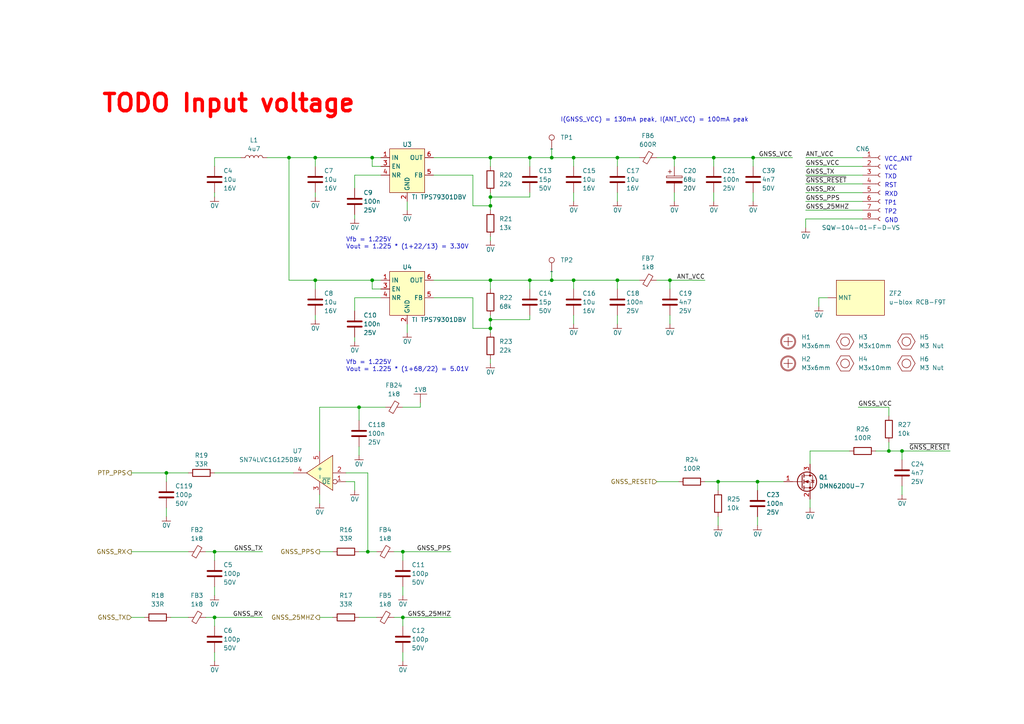
<source format=kicad_sch>
(kicad_sch (version 20230121) (generator eeschema)
  (paper "A4")
  (junction (at 142.24 81.28))
  (junction (at 91.44 45.72))
  (junction (at 142.24 45.72))
  (junction (at 116.84 179.07))
  (junction (at 107.95 45.72))
  (junction (at 194.31 81.28))
  (junction (at 160.02 45.72))
  (junction (at 195.58 45.72))
  (junction (at 142.24 95.25))
  (junction (at 179.07 81.28))
  (junction (at 160.02 81.28))
  (junction (at 142.24 92.71))
  (junction (at 142.24 57.15))
  (junction (at 107.95 81.28))
  (junction (at 208.28 139.7))
  (junction (at 166.37 45.72))
  (junction (at 106.68 160.02))
  (junction (at 153.67 45.72))
  (junction (at 62.23 179.07))
  (junction (at 62.23 160.02))
  (junction (at 166.37 81.28))
  (junction (at 219.71 139.7))
  (junction (at 91.44 81.28))
  (junction (at 179.07 45.72))
  (junction (at 48.26 137.16))
  (junction (at 142.24 59.69))
  (junction (at 153.67 81.28))
  (junction (at 104.14 118.11))
  (junction (at 207.01 45.72))
  (junction (at 83.82 45.72))
  (junction (at 116.84 160.02))
  (junction (at 218.44 45.72))
  (junction (at 257.81 130.81))
  (junction (at 261.62 130.81))
  (wire (pts (xy 248.92 118.11) (xy 257.81 118.11)))
  (wire (pts (xy 166.37 81.28) (xy 166.37 83.82)))
  (wire (pts (xy 107.95 81.28) (xy 107.95 83.82)))
  (wire (pts (xy 104.14 129.54) (xy 104.14 132.08)))
  (wire (pts (xy 195.58 55.88) (xy 195.58 58.42)))
  (wire (pts (xy 153.67 45.72) (xy 160.02 45.72)))
  (wire (pts (xy 142.24 59.69) (xy 142.24 60.96)))
  (wire (pts (xy 166.37 81.28) (xy 179.07 81.28)))
  (wire (pts (xy 49.53 179.07) (xy 54.61 179.07)))
  (wire (pts (xy 91.44 81.28) (xy 91.44 83.82)))
  (wire (pts (xy 83.82 81.28) (xy 83.82 45.72)))
  (wire (pts (xy 125.73 86.36) (xy 137.16 86.36)))
  (wire (pts (xy 233.68 53.34) (xy 250.19 53.34)))
  (wire (pts (xy 219.71 149.86) (xy 219.71 152.4)))
  (wire (pts (xy 38.1 179.07) (xy 41.91 179.07)))
  (wire (pts (xy 142.24 104.14) (xy 142.24 105.41)))
  (wire (pts (xy 62.23 160.02) (xy 76.2 160.02)))
  (wire (pts (xy 102.87 50.8) (xy 102.87 54.61)))
  (wire (pts (xy 233.68 48.26) (xy 250.19 48.26)))
  (wire (pts (xy 142.24 92.71) (xy 153.67 92.71)))
  (wire (pts (xy 179.07 81.28) (xy 179.07 83.82)))
  (wire (pts (xy 38.1 160.02) (xy 54.61 160.02)))
  (wire (pts (xy 102.87 97.79) (xy 102.87 99.06)))
  (wire (pts (xy 142.24 55.88) (xy 142.24 57.15)))
  (wire (pts (xy 137.16 59.69) (xy 142.24 59.69)))
  (wire (pts (xy 142.24 91.44) (xy 142.24 92.71)))
  (wire (pts (xy 62.23 170.18) (xy 62.23 172.72)))
  (wire (pts (xy 234.95 130.81) (xy 234.95 134.62)))
  (wire (pts (xy 116.84 170.18) (xy 116.84 172.72)))
  (wire (pts (xy 104.14 179.07) (xy 109.22 179.07)))
  (wire (pts (xy 190.5 139.7) (xy 196.85 139.7)))
  (wire (pts (xy 59.69 179.07) (xy 62.23 179.07)))
  (wire (pts (xy 166.37 45.72) (xy 166.37 48.26)))
  (wire (pts (xy 110.49 86.36) (xy 102.87 86.36)))
  (wire (pts (xy 234.95 144.78) (xy 234.95 147.32)))
  (wire (pts (xy 116.84 179.07) (xy 116.84 181.61)))
  (wire (pts (xy 137.16 50.8) (xy 137.16 59.69)))
  (wire (pts (xy 110.49 81.28) (xy 107.95 81.28)))
  (wire (pts (xy 100.33 137.16) (xy 106.68 137.16)))
  (wire (pts (xy 91.44 55.88) (xy 91.44 57.15)))
  (wire (pts (xy 153.67 55.88) (xy 153.67 57.15)))
  (wire (pts (xy 110.49 45.72) (xy 107.95 45.72)))
  (wire (pts (xy 125.73 50.8) (xy 137.16 50.8)))
  (wire (pts (xy 91.44 45.72) (xy 91.44 48.26)))
  (wire (pts (xy 110.49 50.8) (xy 102.87 50.8)))
  (wire (pts (xy 160.02 78.74) (xy 160.02 81.28)))
  (wire (pts (xy 142.24 95.25) (xy 142.24 96.52)))
  (wire (pts (xy 153.67 91.44) (xy 153.67 92.71)))
  (wire (pts (xy 116.84 160.02) (xy 130.81 160.02)))
  (wire (pts (xy 190.5 81.28) (xy 194.31 81.28)))
  (wire (pts (xy 219.71 139.7) (xy 227.33 139.7)))
  (wire (pts (xy 207.01 45.72) (xy 218.44 45.72)))
  (wire (pts (xy 219.71 139.7) (xy 219.71 142.24)))
  (wire (pts (xy 142.24 83.82) (xy 142.24 81.28)))
  (wire (pts (xy 62.23 45.72) (xy 62.23 48.26)))
  (wire (pts (xy 261.62 130.81) (xy 275.59 130.81)))
  (wire (pts (xy 166.37 91.44) (xy 166.37 93.98)))
  (wire (pts (xy 106.68 137.16) (xy 106.68 160.02)))
  (wire (pts (xy 190.5 45.72) (xy 195.58 45.72)))
  (wire (pts (xy 102.87 86.36) (xy 102.87 90.17)))
  (wire (pts (xy 207.01 55.88) (xy 207.01 58.42)))
  (wire (pts (xy 118.11 93.98) (xy 118.11 96.52)))
  (wire (pts (xy 137.16 86.36) (xy 137.16 95.25)))
  (wire (pts (xy 77.47 45.72) (xy 83.82 45.72)))
  (wire (pts (xy 207.01 45.72) (xy 207.01 48.26)))
  (wire (pts (xy 92.71 160.02) (xy 96.52 160.02)))
  (wire (pts (xy 208.28 149.86) (xy 208.28 152.4)))
  (wire (pts (xy 118.11 58.42) (xy 118.11 60.96)))
  (wire (pts (xy 62.23 160.02) (xy 62.23 162.56)))
  (wire (pts (xy 233.68 55.88) (xy 250.19 55.88)))
  (wire (pts (xy 179.07 45.72) (xy 179.07 48.26)))
  (wire (pts (xy 142.24 68.58) (xy 142.24 69.85)))
  (wire (pts (xy 107.95 48.26) (xy 110.49 48.26)))
  (wire (pts (xy 160.02 81.28) (xy 166.37 81.28)))
  (wire (pts (xy 153.67 81.28) (xy 160.02 81.28)))
  (wire (pts (xy 142.24 92.71) (xy 142.24 95.25)))
  (wire (pts (xy 142.24 45.72) (xy 125.73 45.72)))
  (wire (pts (xy 208.28 139.7) (xy 219.71 139.7)))
  (wire (pts (xy 107.95 81.28) (xy 91.44 81.28)))
  (wire (pts (xy 59.69 160.02) (xy 62.23 160.02)))
  (wire (pts (xy 233.68 50.8) (xy 250.19 50.8)))
  (wire (pts (xy 142.24 48.26) (xy 142.24 45.72)))
  (wire (pts (xy 195.58 45.72) (xy 207.01 45.72)))
  (wire (pts (xy 194.31 81.28) (xy 194.31 83.82)))
  (wire (pts (xy 218.44 45.72) (xy 229.87 45.72)))
  (wire (pts (xy 142.24 57.15) (xy 153.67 57.15)))
  (wire (pts (xy 218.44 55.88) (xy 218.44 58.42)))
  (wire (pts (xy 257.81 128.27) (xy 257.81 130.81)))
  (wire (pts (xy 91.44 91.44) (xy 91.44 92.71)))
  (wire (pts (xy 100.33 139.7) (xy 102.87 139.7)))
  (wire (pts (xy 62.23 179.07) (xy 62.23 181.61)))
  (wire (pts (xy 121.92 116.84) (xy 121.92 118.11)))
  (wire (pts (xy 102.87 62.23) (xy 102.87 63.5)))
  (wire (pts (xy 62.23 137.16) (xy 85.09 137.16)))
  (wire (pts (xy 153.67 81.28) (xy 153.67 83.82)))
  (wire (pts (xy 233.68 63.5) (xy 250.19 63.5)))
  (wire (pts (xy 233.68 58.42) (xy 250.19 58.42)))
  (wire (pts (xy 179.07 81.28) (xy 185.42 81.28)))
  (wire (pts (xy 257.81 118.11) (xy 257.81 120.65)))
  (wire (pts (xy 142.24 45.72) (xy 153.67 45.72)))
  (wire (pts (xy 237.49 88.9) (xy 237.49 86.36)))
  (wire (pts (xy 107.95 45.72) (xy 107.95 48.26)))
  (wire (pts (xy 237.49 86.36) (xy 240.03 86.36)))
  (wire (pts (xy 142.24 81.28) (xy 125.73 81.28)))
  (wire (pts (xy 104.14 118.11) (xy 104.14 121.92)))
  (wire (pts (xy 233.68 66.04) (xy 233.68 63.5)))
  (wire (pts (xy 104.14 118.11) (xy 92.71 118.11)))
  (wire (pts (xy 246.38 130.81) (xy 234.95 130.81)))
  (wire (pts (xy 104.14 160.02) (xy 106.68 160.02)))
  (wire (pts (xy 114.3 179.07) (xy 116.84 179.07)))
  (wire (pts (xy 69.85 45.72) (xy 62.23 45.72)))
  (wire (pts (xy 92.71 118.11) (xy 92.71 130.81)))
  (wire (pts (xy 102.87 139.7) (xy 102.87 142.24)))
  (wire (pts (xy 254 130.81) (xy 257.81 130.81)))
  (wire (pts (xy 257.81 130.81) (xy 261.62 130.81)))
  (wire (pts (xy 194.31 91.44) (xy 194.31 93.98)))
  (wire (pts (xy 261.62 130.81) (xy 261.62 133.35)))
  (wire (pts (xy 166.37 45.72) (xy 179.07 45.72)))
  (wire (pts (xy 194.31 81.28) (xy 204.47 81.28)))
  (wire (pts (xy 116.84 160.02) (xy 116.84 162.56)))
  (wire (pts (xy 160.02 45.72) (xy 166.37 45.72)))
  (wire (pts (xy 83.82 45.72) (xy 91.44 45.72)))
  (wire (pts (xy 111.76 118.11) (xy 104.14 118.11)))
  (wire (pts (xy 166.37 55.88) (xy 166.37 58.42)))
  (wire (pts (xy 179.07 55.88) (xy 179.07 58.42)))
  (wire (pts (xy 204.47 139.7) (xy 208.28 139.7)))
  (wire (pts (xy 116.84 189.23) (xy 116.84 191.77)))
  (wire (pts (xy 142.24 57.15) (xy 142.24 59.69)))
  (wire (pts (xy 179.07 45.72) (xy 185.42 45.72)))
  (wire (pts (xy 195.58 45.72) (xy 195.58 48.26)))
  (wire (pts (xy 107.95 83.82) (xy 110.49 83.82)))
  (wire (pts (xy 160.02 43.18) (xy 160.02 45.72)))
  (wire (pts (xy 106.68 160.02) (xy 109.22 160.02)))
  (wire (pts (xy 121.92 118.11) (xy 116.84 118.11)))
  (wire (pts (xy 233.68 45.72) (xy 250.19 45.72)))
  (wire (pts (xy 92.71 143.51) (xy 92.71 146.05)))
  (wire (pts (xy 233.68 60.96) (xy 250.19 60.96)))
  (wire (pts (xy 114.3 160.02) (xy 116.84 160.02)))
  (wire (pts (xy 91.44 45.72) (xy 107.95 45.72)))
  (wire (pts (xy 48.26 147.32) (xy 48.26 149.86)))
  (wire (pts (xy 142.24 81.28) (xy 153.67 81.28)))
  (wire (pts (xy 91.44 81.28) (xy 83.82 81.28)))
  (wire (pts (xy 92.71 179.07) (xy 96.52 179.07)))
  (wire (pts (xy 218.44 45.72) (xy 218.44 48.26)))
  (wire (pts (xy 261.62 140.97) (xy 261.62 143.51)))
  (wire (pts (xy 137.16 95.25) (xy 142.24 95.25)))
  (wire (pts (xy 62.23 189.23) (xy 62.23 191.77)))
  (wire (pts (xy 153.67 45.72) (xy 153.67 48.26)))
  (wire (pts (xy 179.07 91.44) (xy 179.07 93.98)))
  (wire (pts (xy 38.1 137.16) (xy 48.26 137.16)))
  (wire (pts (xy 62.23 55.88) (xy 62.23 57.15)))
  (wire (pts (xy 208.28 139.7) (xy 208.28 142.24)))
  (wire (pts (xy 54.61 137.16) (xy 48.26 137.16)))
  (wire (pts (xy 62.23 179.07) (xy 76.2 179.07)))
  (wire (pts (xy 48.26 137.16) (xy 48.26 139.7)))
  (wire (pts (xy 116.84 179.07) (xy 130.81 179.07)))
  (text "Vfb = 1.225V\nVout = 1.225 * (1+68/22) = 5.01V" (at 100.33 107.95 0) (effects (font (size 1.27 1.27)) (justify left bottom)))
  (text "RST" (at 256.54 54.61 0) (effects (font (size 1.27 1.27)) (justify left bottom)))
  (text "TODO Input voltage" (at 29.21 33.02 0) (effects (font (size 5 5) (thickness 1) bold) (justify left bottom)))
  (text "TP2" (at 256.54 62.23 0) (effects (font (size 1.27 1.27)) (justify left bottom)))
  (text "I(GNSS_VCC) = 130mA peak, I(ANT_VCC) = 100mA peak" (at 162.56 35.56 0) (effects (font (size 1.27 1.27)) (justify left bottom)))
  (text "VCC_ANT" (at 256.54 46.99 0) (effects (font (size 1.27 1.27)) (justify left bottom)))
  (text "RXD" (at 256.54 57.15 0) (effects (font (size 1.27 1.27)) (justify left bottom)))
  (text "GND" (at 256.54 64.77 0) (effects (font (size 1.27 1.27)) (justify left bottom)))
  (text "TP1" (at 256.54 59.69 0) (effects (font (size 1.27 1.27)) (justify left bottom)))
  (text "VCC" (at 256.54 49.53 0) (effects (font (size 1.27 1.27)) (justify left bottom)))
  (text "TXD" (at 256.54 52.07 0) (effects (font (size 1.27 1.27)) (justify left bottom)))
  (text "Vfb = 1.225V\nVout = 1.225 * (1+22/13) = 3.30V" (at 100.33 72.39 0) (effects (font (size 1.27 1.27)) (justify left bottom)))
  (label "GNSS_25MHZ" (at 233.68 60.96 0))
  (label "GNSS_TX" (at 233.68 50.8 0))
  (label "GNSS_VCC" (at 233.68 48.26 0))
  (label "ANT_VCC" (at 204.47 81.28 180))
  (label "~{GNSS_RESET}" (at 233.68 53.34 0))
  (label "GNSS_TX" (at 76.2 160.02 180))
  (label "GNSS_VCC" (at 248.92 118.11 0))
  (label "GNSS_PPS" (at 130.81 160.02 180))
  (label "ANT_VCC" (at 233.68 45.72 0))
  (label "GNSS_VCC" (at 229.87 45.72 180))
  (label "GNSS_25MHZ" (at 130.81 179.07 180))
  (label "~{GNSS_RESET}" (at 275.59 130.81 180))
  (label "GNSS_PPS" (at 233.68 58.42 0))
  (label "GNSS_RX" (at 233.68 55.88 0))
  (label "GNSS_RX" (at 76.2 179.07 180))
  (hierarchical_label "PTP_PPS" (shape output) (at 38.1 137.16 180))
  (hierarchical_label "GNSS_25MHZ" (shape output) (at 92.71 179.07 180))
  (hierarchical_label "GNSS_PPS" (shape output) (at 92.71 160.02 180))
  (hierarchical_label "GNSS_RESET" (shape input) (at 190.5 139.7 180))
  (hierarchical_label "GNSS_TX" (shape input) (at 38.1 179.07 180))
  (hierarchical_label "GNSS_RX" (shape output) (at 38.1 160.02 180))
  (symbol (lib_id "Power_WUT:0V") (at 92.71 146.05 0) (unit 1) (in_bom no) (on_board no)
    (property "Reference" "#PWR0172" (effects hide))
    (property "Value" "0V" (at 92.71 148.59 0))
  )
  (symbol (lib_id "Power_WUT:0V") (at 234.95 147.32 0) (unit 1) (in_bom no) (on_board no)
    (property "Reference" "#PWR051" (effects hide))
    (property "Value" "0V" (at 234.95 149.86 0))
  )
  (symbol (lib_id "Auto_Library_WUT:Kemet C0603C472J3GACTU") (at 194.31 87.63 0) (unit 1)
    (property "Reference" "C19" (at 196.85 85.09 0) (effects (justify left)))
    (property "Value" "4n7" (at 196.85 87.63 0) (effects (justify left)))
    (property "Footprint" "Capacitor_SMD:C_0603_1608Metric" (effects hide))
    (property "Datasheet" "https://www.mouser.co.uk/datasheet/2/212/KEM_C1003_C0G_SMD-1101588.pdf" (effects hide))
    (property "Voltage" "25V" (at 196.85 90.17 0) (effects (justify left)))
    (property "Manufacturer" "Kemet" (effects hide))
    (property "MPN" "C0603C472J3GACTU" (effects hide))
    (property "Tolerance" "5%" (effects hide))
    (property "Dielectric" "NP0/C0G" (effects hide))
    (property "Height" "0.8mm" (effects hide))
  )
  (symbol (lib_id "Auto_Library_WUT:Murata BLM18AG601SN1D") (at 187.96 45.72 0) (unit 1)
    (property "Reference" "FB6" (at 187.9219 39.37 0))
    (property "Value" "600R" (at 187.9219 41.91 0))
    (property "Footprint" "Inductor_SMD:L_0603_1608Metric" (effects hide))
    (property "Datasheet" "https://www.murata.com/en-eu/products/productdetail?partno=BLM18AG601SN1%23" (effects hide))
    (property "MPN" "BLM18AG601SN1D" (effects hide))
    (property "Manufacturer" "Murata" (effects hide))
    (property "Height" "0.95mm" (effects hide))
    (property "Rated Current" "500mA" (effects hide))
  )
  (symbol (lib_id "Auto_Library_WUT:KOA Speer RK73H1ETTP1302F") (at 142.24 64.77 0) (unit 1)
    (property "Reference" "R21" (at 144.78 63.5 0) (effects (justify left)))
    (property "Value" "13k" (at 144.78 66.04 0) (effects (justify left)))
    (property "Footprint" "Resistor_SMD:R_0402_1005Metric" (effects hide))
    (property "Datasheet" "https://www.koaspeer.com/pdfs/RK73H.pdf" (effects hide))
    (property "MPN" "RK73H1ETTP1302F" (effects hide))
    (property "Manufacturer" "KOA Speer" (effects hide))
    (property "Tolerance" "1%" (effects hide))
    (property "Height" "0.4mm" (effects hide))
  )
  (symbol (lib_id "Accessories_WUT:Wurth_971100324") (at 245.11 99.06 0) (unit 1) (on_board no)
    (property "Reference" "H3" (at 248.92 97.79 0) (effects (justify left)))
    (property "Value" "M3x10mm" (at 248.92 100.33 0) (effects (justify left)))
    (property "Datasheet" "https://www.we-online.com/components/products/datasheet/971100324.pdf" (effects hide))
    (property "Manufacturer" "Wurth Elektronik" (effects hide))
    (property "MPN" "971100324" (effects hide))
  )
  (symbol (lib_id "Auto_Library_WUT:Wurth Elektronik_875115452001") (at 195.58 52.07 0) (unit 1)
    (property "Reference" "C20" (at 198.12 49.53 0) (effects (justify left)))
    (property "Value" "68u" (at 198.12 52.07 0) (effects (justify left)))
    (property "Footprint" "Capacitor_WUT:Wurth_WCAP_PSHP_8x8.7mm_SM" (effects hide))
    (property "Datasheet" "https://www.we-online.com/components/products/datasheet/875115452001.pdf" (effects hide))
    (property "Voltage" "20V" (at 198.12 54.61 0) (effects (justify left)))
    (property "Manufacturer" "Wurth Elektronik" (effects hide))
    (property "MPN" "875115452001" (effects hide))
    (property "Tolerance" "20%" (effects hide))
    (property "Dielectric" "Aluminium Polymer" (effects hide))
    (property "Height" "8.7mm" (effects hide))
  )
  (symbol (lib_id "Auto_Library_WUT:Murata BLM15BD182SN1D") (at 187.96 81.28 0) (unit 1)
    (property "Reference" "FB7" (at 187.9219 74.93 0))
    (property "Value" "1k8" (at 187.9219 77.47 0))
    (property "Footprint" "Inductor_SMD:L_0402_1005Metric" (effects hide))
    (property "Datasheet" "https://www.murata.com/en-eu/products/productdetail?partno=BLM15BD182SN1%23" (effects hide))
    (property "MPN" "BLM15BD182SN1D" (effects hide))
    (property "Manufacturer" "Murata" (effects hide))
    (property "Height" "0.5mm" (effects hide))
    (property "Rated Current" "100mA" (effects hide))
  )
  (symbol (lib_id "Power_WUT:0V") (at 142.24 105.41 0) (unit 1) (in_bom no) (on_board no)
    (property "Reference" "#PWR039" (effects hide))
    (property "Value" "0V" (at 142.24 107.95 0))
  )
  (symbol (lib_id "Auto_Library_WUT:Kemet C0603C472J3GACTU") (at 261.62 137.16 0) (unit 1)
    (property "Reference" "C24" (at 264.16 134.62 0) (effects (justify left)))
    (property "Value" "4n7" (at 264.16 137.16 0) (effects (justify left)))
    (property "Footprint" "Capacitor_SMD:C_0603_1608Metric" (effects hide))
    (property "Datasheet" "https://www.mouser.co.uk/datasheet/2/212/KEM_C1003_C0G_SMD-1101588.pdf" (effects hide))
    (property "Voltage" "25V" (at 264.16 139.7 0) (effects (justify left)))
    (property "Manufacturer" "Kemet" (effects hide))
    (property "MPN" "C0603C472J3GACTU" (effects hide))
    (property "Tolerance" "5%" (effects hide))
    (property "Dielectric" "NP0/C0G" (effects hide))
    (property "Height" "0.8mm" (effects hide))
  )
  (symbol (lib_id "Power_WUT:0V") (at 116.84 172.72 0) (unit 1) (in_bom no) (on_board no)
    (property "Reference" "#PWR034" (effects hide))
    (property "Value" "0V" (at 116.84 175.26 0))
  )
  (symbol (lib_id "Power_WUT:0V") (at 207.01 58.42 0) (unit 1) (in_bom no) (on_board no)
    (property "Reference" "#PWR046" (effects hide))
    (property "Value" "0V" (at 207.01 60.96 0))
  )
  (symbol (lib_id "Auto_Library_WUT:KOA Speer RK73H1ETTP1002F") (at 257.81 124.46 0) (unit 1)
    (property "Reference" "R27" (at 260.35 123.19 0) (effects (justify left)))
    (property "Value" "10k" (at 260.35 125.73 0) (effects (justify left)))
    (property "Footprint" "Resistor_SMD:R_0402_1005Metric" (effects hide))
    (property "Datasheet" "https://www.koaspeer.com/pdfs/RK73H.pdf" (effects hide))
    (property "MPN" "RK73H1ETTP1002F" (effects hide))
    (property "Manufacturer" "KOA Speer" (effects hide))
    (property "Tolerance" "1%" (effects hide))
    (property "Height" "0.4mm" (effects hide))
  )
  (symbol (lib_id "Power_WUT:0V") (at 142.24 69.85 0) (unit 1) (in_bom no) (on_board no)
    (property "Reference" "#PWR038" (effects hide))
    (property "Value" "0V" (at 142.24 72.39 0))
  )
  (symbol (lib_id "Auto_Library_WUT:KOA Speer RK73H1ETTP33R0F") (at 100.33 160.02 90) (unit 1)
    (property "Reference" "R16" (at 100.33 153.67 90))
    (property "Value" "33R" (at 100.33 156.21 90))
    (property "Footprint" "Resistor_SMD:R_0402_1005Metric" (effects hide))
    (property "Datasheet" "https://www.koaspeer.com/pdfs/RK73H.pdf" (effects hide))
    (property "MPN" "RK73H1ETTP33R0F" (effects hide))
    (property "Manufacturer" "KOA Speer" (effects hide))
    (property "Tolerance" "1%" (effects hide))
    (property "Height" "0.4mm" (effects hide))
  )
  (symbol (lib_id "Accessories_WUT:TR_M3-_HFA2-S100-") (at 262.89 105.41 0) (unit 1) (on_board no)
    (property "Reference" "H6" (at 266.7 104.14 0) (effects (justify left)))
    (property "Value" "M3 Nut" (at 266.7 106.68 0) (effects (justify left)))
    (property "Datasheet" "https://www.farnell.com/datasheets/2644743.pdf" (effects hide))
    (property "Manufacturer" "TR Fastenings" (effects hide))
    (property "MPN" "M3- HFA2-S100-" (effects hide))
  )
  (symbol (lib_id "Power_WUT:0V") (at 102.87 63.5 0) (unit 1) (in_bom no) (on_board no)
    (property "Reference" "#PWR032" (effects hide))
    (property "Value" "0V" (at 102.87 66.04 0))
  )
  (symbol (lib_id "Power_WUT:0V") (at 91.44 57.15 0) (unit 1) (in_bom no) (on_board no)
    (property "Reference" "#PWR030" (effects hide))
    (property "Value" "0V" (at 91.44 59.69 0))
  )
  (symbol (lib_id "Modules_WUT:u-blox_RCB-F9T") (at 248.92 86.36 0) (unit 1)
    (property "Reference" "ZF2" (at 257.81 85.09 0) (effects (justify left)))
    (property "Value" "u-blox RCB-F9T" (at 257.81 87.63 0) (effects (justify left)))
    (property "Footprint" "RF_WUT:u-blox_RCB-F9T" (effects hide))
    (property "Datasheet" "https://content.u-blox.com/sites/default/files/documents/RCB-F9T_IntegrationManual_UBX-22004121.pdf" (effects hide))
    (property "Manufacturer" "u-blox" (effects hide))
    (property "MPN" "RCB-F9T" (effects hide))
  )
  (symbol (lib_id "Auto_Library_WUT:KOA Speer RK73H1ETTP33R0F") (at 45.72 179.07 90) (unit 1)
    (property "Reference" "R18" (at 45.72 172.72 90))
    (property "Value" "33R" (at 45.72 175.26 90))
    (property "Footprint" "Resistor_SMD:R_0402_1005Metric" (effects hide))
    (property "Datasheet" "https://www.koaspeer.com/pdfs/RK73H.pdf" (effects hide))
    (property "MPN" "RK73H1ETTP33R0F" (effects hide))
    (property "Manufacturer" "KOA Speer" (effects hide))
    (property "Tolerance" "1%" (effects hide))
    (property "Height" "0.4mm" (effects hide))
  )
  (symbol (lib_id "Auto_Library_WUT:KOA Speer RK73H1ETTP1000F") (at 200.66 139.7 90) (unit 1)
    (property "Reference" "R24" (at 200.66 133.35 90))
    (property "Value" "100R" (at 200.66 135.89 90))
    (property "Footprint" "Resistor_SMD:R_0402_1005Metric" (effects hide))
    (property "Datasheet" "https://www.koaspeer.com/pdfs/RK73H.pdf" (effects hide))
    (property "MPN" "RK73H1ETTP1000F" (effects hide))
    (property "Manufacturer" "KOA Speer" (effects hide))
    (property "Tolerance" "1%" (effects hide))
    (property "Height" "0.4mm" (effects hide))
  )
  (symbol (lib_id "Accessories_WUT:TR_M3-_HFA2-S100-") (at 262.89 99.06 0) (unit 1) (on_board no)
    (property "Reference" "H5" (at 266.7 97.79 0) (effects (justify left)))
    (property "Value" "M3 Nut" (at 266.7 100.33 0) (effects (justify left)))
    (property "Datasheet" "https://www.farnell.com/datasheets/2644743.pdf" (effects hide))
    (property "Manufacturer" "TR Fastenings" (effects hide))
    (property "MPN" "M3- HFA2-S100-" (effects hide))
  )
  (symbol (lib_id "Auto_Library_WUT:KOA Speer RK73H1ETTP1002F") (at 208.28 146.05 0) (unit 1)
    (property "Reference" "R25" (at 210.82 144.78 0) (effects (justify left)))
    (property "Value" "10k" (at 210.82 147.32 0) (effects (justify left)))
    (property "Footprint" "Resistor_SMD:R_0402_1005Metric" (effects hide))
    (property "Datasheet" "https://www.koaspeer.com/pdfs/RK73H.pdf" (effects hide))
    (property "MPN" "RK73H1ETTP1002F" (effects hide))
    (property "Manufacturer" "KOA Speer" (effects hide))
    (property "Tolerance" "1%" (effects hide))
    (property "Height" "0.4mm" (effects hide))
  )
  (symbol (lib_id "Auto_Library_WUT:Samsung Electro-Mechanics CL10A106MO8NQNC") (at 62.23 52.07 0) (unit 1)
    (property "Reference" "C4" (at 64.77 49.53 0) (effects (justify left)))
    (property "Value" "10u" (at 64.77 52.07 0) (effects (justify left)))
    (property "Footprint" "Capacitor_SMD:C_0603_1608Metric" (effects hide))
    (property "Datasheet" "https://www.mouser.co.uk/datasheet/2/585/MLCC-1837944.pdf" (effects hide))
    (property "Voltage" "16V" (at 64.77 54.61 0) (effects (justify left)))
    (property "Manufacturer" "Samsung Electro-Mechanics" (effects hide))
    (property "MPN" "CL10A106MO8NQNC" (effects hide))
    (property "Tolerance" "20%" (effects hide))
    (property "Dielectric" "X5R" (effects hide))
    (property "Height" "0.9mm" (effects hide))
  )
  (symbol (lib_id "Power_WUT:0V") (at 166.37 93.98 0) (unit 1) (in_bom no) (on_board no)
    (property "Reference" "#PWR041" (effects hide))
    (property "Value" "0V" (at 166.37 96.52 0))
  )
  (symbol (lib_id "Power_WUT:0V") (at 261.62 143.51 0) (unit 1) (in_bom no) (on_board no)
    (property "Reference" "#PWR053" (effects hide))
    (property "Value" "0V" (at 261.62 146.05 0))
  )
  (symbol (lib_id "Auto_Library_WUT:Kemet C0402C101G5GACTU") (at 116.84 185.42 0) (unit 1)
    (property "Reference" "C12" (at 119.38 182.88 0) (effects (justify left)))
    (property "Value" "100p" (at 119.38 185.42 0) (effects (justify left)))
    (property "Footprint" "Capacitor_SMD:C_0402_1005Metric" (effects hide))
    (property "Datasheet" "https://www.mouser.co.uk/datasheet/2/447/KEM_C1006_X5R_SMD-3316465.pdf" (effects hide))
    (property "Voltage" "50V" (at 119.38 187.96 0) (effects (justify left)))
    (property "Manufacturer" "Kemet" (effects hide))
    (property "MPN" "C0402C101G5GACTU" (effects hide))
    (property "Tolerance" "0.02" (effects hide))
    (property "Dielectric" "NP0/C0G" (effects hide))
    (property "Height" "0.5mm" (effects hide))
  )
  (symbol (lib_id "Auto_Library_WUT:Bourns DFE322512F-4R7M=P2") (at 73.66 45.72 90) (unit 1)
    (property "Reference" "L1" (at 73.66 40.64 90))
    (property "Value" "4u7" (at 73.66 43.18 90))
    (property "Footprint" "Inductor_SMD:L_1210_3225Metric" (effects hide))
    (property "Datasheet" "https://www.mouser.co.uk/datasheet/2/281/1/J_E_TE243A_0019-3158783.pdf" (effects hide))
    (property "Manufacturer" "Bourns" (effects hide))
    (property "MPN" "DFE322512F-4R7M=P2" (effects hide))
    (property "Tolerance" "20%" (effects hide))
    (property "Height" "1.2mm" (effects hide))
  )
  (symbol (lib_id "Accessories_WUT:TR_M36_PRA2MCS100-_") (at 228.6 105.41 0) (unit 1) (on_board no)
    (property "Reference" "H2" (at 232.41 104.14 0) (effects (justify left)))
    (property "Value" "M3x6mm" (at 232.41 106.68 0) (effects (justify left)))
    (property "Datasheet" "nalog.com/" (effects hide))
    (property "Manufacturer" "TR Fastenings" (effects hide))
    (property "MPN" "M36_PRA2MCS100-" (effects hide))
  )
  (symbol (lib_id "Auto_Library_WUT:Kemet C0402C101G5GACTU") (at 48.26 143.51 0) (unit 1)
    (property "Reference" "C119" (at 50.8 140.97 0) (effects (justify left)))
    (property "Value" "100p" (at 50.8 143.51 0) (effects (justify left)))
    (property "Footprint" "Capacitor_SMD:C_0402_1005Metric" (effects hide))
    (property "Datasheet" "https://www.mouser.co.uk/datasheet/2/447/KEM_C1006_X5R_SMD-3316465.pdf" (effects hide))
    (property "Voltage" "50V" (at 50.8 146.05 0) (effects (justify left)))
    (property "Manufacturer" "Kemet" (effects hide))
    (property "MPN" "C0402C101G5GACTU" (effects hide))
    (property "Tolerance" "0.02" (effects hide))
    (property "Dielectric" "NP0/C0G" (effects hide))
    (property "Height" "0.5mm" (effects hide))
  )
  (symbol (lib_id "Auto_Library_WUT:Kemet C0402C150D5GACTU") (at 153.67 87.63 0) (unit 1)
    (property "Reference" "C14" (at 156.21 85.09 0) (effects (justify left)))
    (property "Value" "15p" (at 156.21 87.63 0) (effects (justify left)))
    (property "Footprint" "Capacitor_SMD:C_0402_1005Metric" (effects hide))
    (property "Datasheet" "https://www.mouser.co.uk/datasheet/2/447/KEM_C1006_X5R_SMD-3316465.pdf" (effects hide))
    (property "Voltage" "50V" (at 156.21 90.17 0) (effects (justify left)))
    (property "Manufacturer" "Kemet" (effects hide))
    (property "MPN" "C0402C150D5GACTU" (effects hide))
    (property "Tolerance" "0.5 pF" (effects hide))
    (property "Dielectric" "NP0/C0G" (effects hide))
    (property "Height" "0.5mm" (effects hide))
  )
  (symbol (lib_id "Auto_Library_WUT:Kemet C0402C472K5RACTU ") (at 218.44 52.07 0) (unit 1)
    (property "Reference" "C39" (at 220.98 49.53 0) (effects (justify left)))
    (property "Value" "4n7" (at 220.98 52.07 0) (effects (justify left)))
    (property "Footprint" "Capacitor_SMD:C_0402_1005Metric" (effects hide))
    (property "Datasheet" "https://www.mouser.co.uk/datasheet/2/447/KEM_C1002_X7R_SMD-3316098.pdf" (effects hide))
    (property "Voltage" "50V" (at 220.98 54.61 0) (effects (justify left)))
    (property "Manufacturer" "Kemet" (effects hide))
    (property "MPN" "C0402C472K5RACTU " (effects hide))
    (property "Tolerance" "10%" (effects hide))
    (property "Dielectric" "X7R" (effects hide))
    (property "Height" "0.5mm" (effects hide))
  )
  (symbol (lib_id "Layout_WUT:TestPoint_1mm_SMD") (at 160.02 78.74 0) (unit 1) (in_bom no)
    (property "Reference" "TP2" (at 162.56 75.438 0) (effects (justify left)))
    (property "Value" "~" (at 160.02 78.74 0))
    (property "Footprint" "TestPoint:TestPoint_Pad_D1.0mm" (effects hide))
  )
  (symbol (lib_id "Auto_Library_WUT:Kemet C0402C101G5GACTU") (at 62.23 166.37 0) (unit 1)
    (property "Reference" "C5" (at 64.77 163.83 0) (effects (justify left)))
    (property "Value" "100p" (at 64.77 166.37 0) (effects (justify left)))
    (property "Footprint" "Capacitor_SMD:C_0402_1005Metric" (effects hide))
    (property "Datasheet" "https://www.mouser.co.uk/datasheet/2/447/KEM_C1006_X5R_SMD-3316465.pdf" (effects hide))
    (property "Voltage" "50V" (at 64.77 168.91 0) (effects (justify left)))
    (property "Manufacturer" "Kemet" (effects hide))
    (property "MPN" "C0402C101G5GACTU" (effects hide))
    (property "Tolerance" "0.02" (effects hide))
    (property "Dielectric" "NP0/C0G" (effects hide))
    (property "Height" "0.5mm" (effects hide))
  )
  (symbol (lib_id "Power_WUT:0V") (at 218.44 58.42 0) (unit 1) (in_bom no) (on_board no)
    (property "Reference" "#PWR048" (effects hide))
    (property "Value" "0V" (at 218.44 60.96 0))
  )
  (symbol (lib_id "Auto_Library_WUT:Murata BLM15BD182SN1D") (at 57.15 179.07 0) (unit 1)
    (property "Reference" "FB3" (at 57.1119 172.72 0))
    (property "Value" "1k8" (at 57.1119 175.26 0))
    (property "Footprint" "Inductor_SMD:L_0402_1005Metric" (effects hide))
    (property "Datasheet" "https://www.murata.com/en-eu/products/productdetail?partno=BLM15BD182SN1%23" (effects hide))
    (property "MPN" "BLM15BD182SN1D" (effects hide))
    (property "Manufacturer" "Murata" (effects hide))
    (property "Height" "0.5mm" (effects hide))
    (property "Rated Current" "100mA" (effects hide))
  )
  (symbol (lib_id "Auto_Library_WUT:Yageo CC0402KRX7R8BB104") (at 179.07 87.63 0) (unit 1)
    (property "Reference" "C18" (at 181.61 85.09 0) (effects (justify left)))
    (property "Value" "100n" (at 181.61 87.63 0) (effects (justify left)))
    (property "Footprint" "Capacitor_SMD:C_0402_1005Metric" (effects hide))
    (property "Datasheet" "https://www.yageo.com/upload/media/product/productsearch/datasheet/mlcc/UPY-GPHC_X7R_6.3V-to-250V_23.pdf" (effects hide))
    (property "Voltage" "25V" (at 181.61 90.17 0) (effects (justify left)))
    (property "Manufacturer" "Yageo" (effects hide))
    (property "MPN" "CC0402KRX7R8BB104" (effects hide))
    (property "Tolerance" "10%" (effects hide))
    (property "Dielectric" "X7R" (effects hide))
    (property "Height" "0.5mm" (effects hide))
  )
  (symbol (lib_id "IC_WUT:TI_TPS79301DBV") (at 118.11 81.28 0) (unit 1)
    (property "Reference" "U4" (at 118.11 77.47 0))
    (property "Value" "TI TPS79301DBV" (at 119.38 92.71 0) (effects (justify left)))
    (property "Footprint" "Package_TO_SOT_SMD:SOT-23-6" (effects hide))
    (property "Datasheet" "https://www.ti.com/lit/ds/symlink/tps793.pdf?HQS=dis-mous-null-mousermode-dsf-pf-null-wwe&ts=1698265713931&ref_url=https%253A%252F%252Fwww.mouser.co.uk%252F" (effects hide))
    (property "Manufacturer" "TI" (effects hide))
    (property "MPN" "TPS79301DBV" (effects hide))
  )
  (symbol (lib_id "Power_WUT:0V") (at 118.11 96.52 0) (unit 1) (in_bom no) (on_board no)
    (property "Reference" "#PWR037" (effects hide))
    (property "Value" "0V" (at 118.11 99.06 0))
  )
  (symbol (lib_id "Auto_Library_WUT:Samsung Electro-Mechanics CL10A106MO8NQNC") (at 166.37 52.07 0) (unit 1)
    (property "Reference" "C15" (at 168.91 49.53 0) (effects (justify left)))
    (property "Value" "10u" (at 168.91 52.07 0) (effects (justify left)))
    (property "Footprint" "Capacitor_SMD:C_0603_1608Metric" (effects hide))
    (property "Datasheet" "https://www.mouser.co.uk/datasheet/2/585/MLCC-1837944.pdf" (effects hide))
    (property "Voltage" "16V" (at 168.91 54.61 0) (effects (justify left)))
    (property "Manufacturer" "Samsung Electro-Mechanics" (effects hide))
    (property "MPN" "CL10A106MO8NQNC" (effects hide))
    (property "Tolerance" "20%" (effects hide))
    (property "Dielectric" "X5R" (effects hide))
    (property "Height" "0.9mm" (effects hide))
  )
  (symbol (lib_id "Auto_Library_WUT:Samsung Electro-Mechanics CL10A106MO8NQNC") (at 166.37 87.63 0) (unit 1)
    (property "Reference" "C16" (at 168.91 85.09 0) (effects (justify left)))
    (property "Value" "10u" (at 168.91 87.63 0) (effects (justify left)))
    (property "Footprint" "Capacitor_SMD:C_0603_1608Metric" (effects hide))
    (property "Datasheet" "https://www.mouser.co.uk/datasheet/2/585/MLCC-1837944.pdf" (effects hide))
    (property "Voltage" "16V" (at 168.91 90.17 0) (effects (justify left)))
    (property "Manufacturer" "Samsung Electro-Mechanics" (effects hide))
    (property "MPN" "CL10A106MO8NQNC" (effects hide))
    (property "Tolerance" "20%" (effects hide))
    (property "Dielectric" "X5R" (effects hide))
    (property "Height" "0.9mm" (effects hide))
  )
  (symbol (lib_id "Auto_Library_WUT:Yageo CC0402KRX7R8BB104") (at 102.87 58.42 0) (unit 1)
    (property "Reference" "C9" (at 105.41 55.88 0) (effects (justify left)))
    (property "Value" "100n" (at 105.41 58.42 0) (effects (justify left)))
    (property "Footprint" "Capacitor_SMD:C_0402_1005Metric" (effects hide))
    (property "Datasheet" "https://www.yageo.com/upload/media/product/productsearch/datasheet/mlcc/UPY-GPHC_X7R_6.3V-to-250V_23.pdf" (effects hide))
    (property "Voltage" "25V" (at 105.41 60.96 0) (effects (justify left)))
    (property "Manufacturer" "Yageo" (effects hide))
    (property "MPN" "CC0402KRX7R8BB104" (effects hide))
    (property "Tolerance" "10%" (effects hide))
    (property "Dielectric" "X7R" (effects hide))
    (property "Height" "0.5mm" (effects hide))
  )
  (symbol (lib_id "Logic_WUT:TI_SN74LVC1G125DBV") (at 92.71 137.16 0) (mirror y) (unit 1)
    (property "Reference" "U7" (at 87.63 130.81 0) (effects (justify left)))
    (property "Value" "SN74LVC1G125DBV" (at 87.63 133.35 0) (effects (justify left)))
    (property "Footprint" "Package_TO_SOT_SMD:SOT-23-5" (effects hide))
    (property "Datasheet" "https://www.ti.com/lit/ds/symlink/sn74lvc1g125.pdf?HQS=dis-mous-null-mousermode-dsf-pf-null-wwe&ts=1699137013279&ref_url=https%253A%252F%252Fwww.mouser.ee%252F" (effects hide))
    (property "Manufacturer" "Texas Instruments" (effects hide))
    (property "MPN" "SN74LVC1G125DBV" (effects hide))
  )
  (symbol (lib_id "Power_WUT:0V") (at 208.28 152.4 0) (unit 1) (in_bom no) (on_board no)
    (property "Reference" "#PWR047" (effects hide))
    (property "Value" "0V" (at 208.28 154.94 0))
  )
  (symbol (lib_id "Auto_Library_WUT:Yageo CC0402KRX7R8BB104") (at 219.71 146.05 0) (unit 1)
    (property "Reference" "C23" (at 222.25 143.51 0) (effects (justify left)))
    (property "Value" "100n" (at 222.25 146.05 0) (effects (justify left)))
    (property "Footprint" "Capacitor_SMD:C_0402_1005Metric" (effects hide))
    (property "Datasheet" "https://www.yageo.com/upload/media/product/productsearch/datasheet/mlcc/UPY-GPHC_X7R_6.3V-to-250V_23.pdf" (effects hide))
    (property "Voltage" "25V" (at 222.25 148.59 0) (effects (justify left)))
    (property "Manufacturer" "Yageo" (effects hide))
    (property "MPN" "CC0402KRX7R8BB104" (effects hide))
    (property "Tolerance" "10%" (effects hide))
    (property "Dielectric" "X7R" (effects hide))
    (property "Height" "0.5mm" (effects hide))
  )
  (symbol (lib_id "Auto_Library_WUT:Yageo CC0402KRX7R8BB104") (at 207.01 52.07 0) (unit 1)
    (property "Reference" "C21" (at 209.55 49.53 0) (effects (justify left)))
    (property "Value" "100n" (at 209.55 52.07 0) (effects (justify left)))
    (property "Footprint" "Capacitor_SMD:C_0402_1005Metric" (effects hide))
    (property "Datasheet" "https://www.yageo.com/upload/media/product/productsearch/datasheet/mlcc/UPY-GPHC_X7R_6.3V-to-250V_23.pdf" (effects hide))
    (property "Voltage" "25V" (at 209.55 54.61 0) (effects (justify left)))
    (property "Manufacturer" "Yageo" (effects hide))
    (property "MPN" "CC0402KRX7R8BB104" (effects hide))
    (property "Tolerance" "10%" (effects hide))
    (property "Dielectric" "X7R" (effects hide))
    (property "Height" "0.5mm" (effects hide))
  )
  (symbol (lib_id "Power_WUT:1V8") (at 121.92 116.84 0) (unit 1) (in_bom no) (on_board no)
    (property "Reference" "#PWR0175" (effects hide))
    (property "Value" "1V8" (at 121.92 113.03 0))
  )
  (symbol (lib_id "Auto_Library_WUT:KOA Speer RK73H1ETTP33R0F") (at 100.33 179.07 90) (unit 1)
    (property "Reference" "R17" (at 100.33 172.72 90))
    (property "Value" "33R" (at 100.33 175.26 90))
    (property "Footprint" "Resistor_SMD:R_0402_1005Metric" (effects hide))
    (property "Datasheet" "https://www.koaspeer.com/pdfs/RK73H.pdf" (effects hide))
    (property "MPN" "RK73H1ETTP33R0F" (effects hide))
    (property "Manufacturer" "KOA Speer" (effects hide))
    (property "Tolerance" "1%" (effects hide))
    (property "Height" "0.4mm" (effects hide))
  )
  (symbol (lib_id "Auto_Library_WUT:Kemet C0402C101G5GACTU") (at 62.23 185.42 0) (unit 1)
    (property "Reference" "C6" (at 64.77 182.88 0) (effects (justify left)))
    (property "Value" "100p" (at 64.77 185.42 0) (effects (justify left)))
    (property "Footprint" "Capacitor_SMD:C_0402_1005Metric" (effects hide))
    (property "Datasheet" "https://www.mouser.co.uk/datasheet/2/447/KEM_C1006_X5R_SMD-3316465.pdf" (effects hide))
    (property "Voltage" "50V" (at 64.77 187.96 0) (effects (justify left)))
    (property "Manufacturer" "Kemet" (effects hide))
    (property "MPN" "C0402C101G5GACTU" (effects hide))
    (property "Tolerance" "0.02" (effects hide))
    (property "Dielectric" "NP0/C0G" (effects hide))
    (property "Height" "0.5mm" (effects hide))
  )
  (symbol (lib_id "Auto_Library_WUT:Samsung Electro-Mechanics CL10A106MO8NQNC") (at 179.07 52.07 0) (unit 1)
    (property "Reference" "C17" (at 181.61 49.53 0) (effects (justify left)))
    (property "Value" "10u" (at 181.61 52.07 0) (effects (justify left)))
    (property "Footprint" "Capacitor_SMD:C_0603_1608Metric" (effects hide))
    (property "Datasheet" "https://www.mouser.co.uk/datasheet/2/585/MLCC-1837944.pdf" (effects hide))
    (property "Voltage" "16V" (at 181.61 54.61 0) (effects (justify left)))
    (property "Manufacturer" "Samsung Electro-Mechanics" (effects hide))
    (property "MPN" "CL10A106MO8NQNC" (effects hide))
    (property "Tolerance" "20%" (effects hide))
    (property "Dielectric" "X5R" (effects hide))
    (property "Height" "0.9mm" (effects hide))
  )
  (symbol (lib_id "Power_WUT:0V") (at 48.26 149.86 0) (unit 1) (in_bom no) (on_board no)
    (property "Reference" "#PWR0176" (effects hide))
    (property "Value" "0V" (at 48.26 152.4 0))
  )
  (symbol (lib_id "Power_WUT:0V") (at 166.37 58.42 0) (unit 1) (in_bom no) (on_board no)
    (property "Reference" "#PWR040" (effects hide))
    (property "Value" "0V" (at 166.37 60.96 0))
  )
  (symbol (lib_id "Auto_Library_WUT:Murata BLM15BD182SN1D") (at 114.3 118.11 0) (unit 1)
    (property "Reference" "FB24" (at 114.2619 111.76 0))
    (property "Value" "1k8" (at 114.2619 114.3 0))
    (property "Footprint" "Inductor_SMD:L_0402_1005Metric" (effects hide))
    (property "Datasheet" "https://www.murata.com/en-eu/products/productdetail?partno=BLM15BD182SN1%23" (effects hide))
    (property "MPN" "BLM15BD182SN1D" (effects hide))
    (property "Manufacturer" "Murata" (effects hide))
    (property "Height" "0.5mm" (effects hide))
    (property "Rated Current" "100mA" (effects hide))
  )
  (symbol (lib_id "IC_WUT:TI_TPS79301DBV") (at 118.11 45.72 0) (unit 1)
    (property "Reference" "U3" (at 118.11 41.91 0))
    (property "Value" "TI TPS79301DBV" (at 119.38 57.15 0) (effects (justify left)))
    (property "Footprint" "Package_TO_SOT_SMD:SOT-23-6" (effects hide))
    (property "Datasheet" "https://www.ti.com/lit/ds/symlink/tps793.pdf?HQS=dis-mous-null-mousermode-dsf-pf-null-wwe&ts=1698265713931&ref_url=https%253A%252F%252Fwww.mouser.co.uk%252F" (effects hide))
    (property "Manufacturer" "TI" (effects hide))
    (property "MPN" "TPS79301DBV" (effects hide))
  )
  (symbol (lib_id "Power_WUT:0V") (at 102.87 99.06 0) (unit 1) (in_bom no) (on_board no)
    (property "Reference" "#PWR033" (effects hide))
    (property "Value" "0V" (at 102.87 101.6 0))
  )
  (symbol (lib_id "Power_WUT:0V") (at 195.58 58.42 0) (unit 1) (in_bom no) (on_board no)
    (property "Reference" "#PWR045" (effects hide))
    (property "Value" "0V" (at 195.58 60.96 0))
  )
  (symbol (lib_id "Power_WUT:0V") (at 219.71 152.4 0) (unit 1) (in_bom no) (on_board no)
    (property "Reference" "#PWR049" (effects hide))
    (property "Value" "0V" (at 219.71 154.94 0))
  )
  (symbol (lib_id "Power_WUT:0V") (at 237.49 88.9 0) (unit 1) (in_bom no) (on_board no)
    (property "Reference" "#PWR052" (effects hide))
    (property "Value" "0V" (at 237.49 91.44 0))
  )
  (symbol (lib_id "Auto_Library_WUT:KOA Speer RK73H1ETTP2202F") (at 142.24 52.07 0) (unit 1)
    (property "Reference" "R20" (at 144.78 50.8 0) (effects (justify left)))
    (property "Value" "22k" (at 144.78 53.34 0) (effects (justify left)))
    (property "Footprint" "Resistor_SMD:R_0402_1005Metric" (effects hide))
    (property "Datasheet" "https://www.koaspeer.com/pdfs/RK73H.pdf" (effects hide))
    (property "MPN" "RK73H1ETTP2202F" (effects hide))
    (property "Manufacturer" "KOA Speer" (effects hide))
    (property "Tolerance" "1%" (effects hide))
    (property "Height" "0.4mm" (effects hide))
  )
  (symbol (lib_id "Power_WUT:0V") (at 62.23 191.77 0) (unit 1) (in_bom no) (on_board no)
    (property "Reference" "#PWR029" (effects hide))
    (property "Value" "0V" (at 62.23 194.31 0))
  )
  (symbol (lib_id "FET_WUT:DMN62D0U-7") (at 234.95 139.7 0) (unit 1)
    (property "Reference" "Q1" (at 237.49 138.43 0) (effects (justify left)))
    (property "Value" "DMN62D0U-7" (at 237.49 140.97 0) (effects (justify left)))
    (property "Footprint" "Package_TO_SOT_SMD:SOT-23" (effects hide))
    (property "Datasheet" "https://www.diodes.com/assets/Datasheets/DMN62D0U.pdf" (effects hide))
    (property "Manufacturer" "Diodes Inc." (effects hide))
    (property "MPN" "DMN62D0U-7" (effects hide))
  )
  (symbol (lib_id "Auto_Library_WUT:KOA Speer RK73H1ETTP6802F") (at 142.24 87.63 0) (unit 1)
    (property "Reference" "R22" (at 144.78 86.36 0) (effects (justify left)))
    (property "Value" "68k" (at 144.78 88.9 0) (effects (justify left)))
    (property "Footprint" "Resistor_SMD:R_0402_1005Metric" (effects hide))
    (property "Datasheet" "https://www.koaspeer.com/pdfs/RK73H.pdf" (effects hide))
    (property "MPN" "RK73H1ETTP6802F" (effects hide))
    (property "Manufacturer" "KOA Speer" (effects hide))
    (property "Tolerance" "1%" (effects hide))
    (property "Height" "0.4mm" (effects hide))
  )
  (symbol (lib_id "Auto_Library_WUT:KOA Speer RK73H1ETTP33R0F") (at 58.42 137.16 90) (unit 1)
    (property "Reference" "R19" (at 58.42 132.08 90))
    (property "Value" "33R" (at 58.42 134.62 90))
    (property "Footprint" "Resistor_SMD:R_0402_1005Metric" (effects hide))
    (property "Datasheet" "https://www.koaspeer.com/pdfs/RK73H.pdf" (effects hide))
    (property "MPN" "RK73H1ETTP33R0F" (effects hide))
    (property "Manufacturer" "KOA Speer" (effects hide))
    (property "Tolerance" "1%" (effects hide))
    (property "Height" "0.4mm" (effects hide))
  )
  (symbol (lib_id "Power_WUT:0V") (at 102.87 142.24 0) (unit 1) (in_bom no) (on_board no)
    (property "Reference" "#PWR0173" (effects hide))
    (property "Value" "0V" (at 102.87 144.78 0))
  )
  (symbol (lib_id "Power_WUT:0V") (at 62.23 57.15 0) (unit 1) (in_bom no) (on_board no)
    (property "Reference" "#PWR027" (effects hide))
    (property "Value" "0V" (at 62.23 59.69 0))
  )
  (symbol (lib_id "Auto_Library_WUT:Murata BLM15BD182SN1D") (at 111.76 179.07 0) (unit 1)
    (property "Reference" "FB5" (at 111.7219 172.72 0))
    (property "Value" "1k8" (at 111.7219 175.26 0))
    (property "Footprint" "Inductor_SMD:L_0402_1005Metric" (effects hide))
    (property "Datasheet" "https://www.murata.com/en-eu/products/productdetail?partno=BLM15BD182SN1%23" (effects hide))
    (property "MPN" "BLM15BD182SN1D" (effects hide))
    (property "Manufacturer" "Murata" (effects hide))
    (property "Height" "0.5mm" (effects hide))
    (property "Rated Current" "100mA" (effects hide))
  )
  (symbol (lib_id "Auto_Library_WUT:Murata BLM15BD182SN1D") (at 57.15 160.02 0) (unit 1)
    (property "Reference" "FB2" (at 57.1119 153.67 0))
    (property "Value" "1k8" (at 57.1119 156.21 0))
    (property "Footprint" "Inductor_SMD:L_0402_1005Metric" (effects hide))
    (property "Datasheet" "https://www.murata.com/en-eu/products/productdetail?partno=BLM15BD182SN1%23" (effects hide))
    (property "MPN" "BLM15BD182SN1D" (effects hide))
    (property "Manufacturer" "Murata" (effects hide))
    (property "Height" "0.5mm" (effects hide))
    (property "Rated Current" "100mA" (effects hide))
  )
  (symbol (lib_id "Accessories_WUT:TR_M36_PRA2MCS100-_") (at 228.6 99.06 0) (unit 1) (on_board no)
    (property "Reference" "H1" (at 232.41 97.79 0) (effects (justify left)))
    (property "Value" "M3x6mm" (at 232.41 100.33 0) (effects (justify left)))
    (property "Datasheet" "nalog.com/" (effects hide))
    (property "Manufacturer" "TR Fastenings" (effects hide))
    (property "MPN" "M36_PRA2MCS100-" (effects hide))
  )
  (symbol (lib_id "Auto_Library_WUT:KOA Speer RK73H1ETTP2202F") (at 142.24 100.33 0) (unit 1)
    (property "Reference" "R23" (at 144.78 99.06 0) (effects (justify left)))
    (property "Value" "22k" (at 144.78 101.6 0) (effects (justify left)))
    (property "Footprint" "Resistor_SMD:R_0402_1005Metric" (effects hide))
    (property "Datasheet" "https://www.koaspeer.com/pdfs/RK73H.pdf" (effects hide))
    (property "MPN" "RK73H1ETTP2202F" (effects hide))
    (property "Manufacturer" "KOA Speer" (effects hide))
    (property "Tolerance" "1%" (effects hide))
    (property "Height" "0.4mm" (effects hide))
  )
  (symbol (lib_id "Auto_Library_WUT:Kemet C0402C150D5GACTU") (at 153.67 52.07 0) (unit 1)
    (property "Reference" "C13" (at 156.21 49.53 0) (effects (justify left)))
    (property "Value" "15p" (at 156.21 52.07 0) (effects (justify left)))
    (property "Footprint" "Capacitor_SMD:C_0402_1005Metric" (effects hide))
    (property "Datasheet" "https://www.mouser.co.uk/datasheet/2/447/KEM_C1006_X5R_SMD-3316465.pdf" (effects hide))
    (property "Voltage" "50V" (at 156.21 54.61 0) (effects (justify left)))
    (property "Manufacturer" "Kemet" (effects hide))
    (property "MPN" "C0402C150D5GACTU" (effects hide))
    (property "Tolerance" "0.5 pF" (effects hide))
    (property "Dielectric" "NP0/C0G" (effects hide))
    (property "Height" "0.5mm" (effects hide))
  )
  (symbol (lib_id "Power_WUT:0V") (at 62.23 172.72 0) (unit 1) (in_bom no) (on_board no)
    (property "Reference" "#PWR028" (effects hide))
    (property "Value" "0V" (at 62.23 175.26 0))
  )
  (symbol (lib_id "Power_WUT:0V") (at 233.68 66.04 0) (unit 1) (in_bom no) (on_board no)
    (property "Reference" "#PWR050" (effects hide))
    (property "Value" "0V" (at 233.68 68.58 0))
  )
  (symbol (lib_id "Auto_Library_WUT:Kemet C0402C101G5GACTU") (at 116.84 166.37 0) (unit 1)
    (property "Reference" "C11" (at 119.38 163.83 0) (effects (justify left)))
    (property "Value" "100p" (at 119.38 166.37 0) (effects (justify left)))
    (property "Footprint" "Capacitor_SMD:C_0402_1005Metric" (effects hide))
    (property "Datasheet" "https://www.mouser.co.uk/datasheet/2/447/KEM_C1006_X5R_SMD-3316465.pdf" (effects hide))
    (property "Voltage" "50V" (at 119.38 168.91 0) (effects (justify left)))
    (property "Manufacturer" "Kemet" (effects hide))
    (property "MPN" "C0402C101G5GACTU" (effects hide))
    (property "Tolerance" "0.02" (effects hide))
    (property "Dielectric" "NP0/C0G" (effects hide))
    (property "Height" "0.5mm" (effects hide))
  )
  (symbol (lib_id "Auto_Library_WUT:Yageo CC0402KRX7R8BB104") (at 104.14 125.73 0) (unit 1)
    (property "Reference" "C118" (at 106.68 123.19 0) (effects (justify left)))
    (property "Value" "100n" (at 106.68 125.73 0) (effects (justify left)))
    (property "Footprint" "Capacitor_SMD:C_0402_1005Metric" (effects hide))
    (property "Datasheet" "https://www.yageo.com/upload/media/product/productsearch/datasheet/mlcc/UPY-GPHC_X7R_6.3V-to-250V_23.pdf" (effects hide))
    (property "Voltage" "25V" (at 106.68 128.27 0) (effects (justify left)))
    (property "Manufacturer" "Yageo" (effects hide))
    (property "MPN" "CC0402KRX7R8BB104" (effects hide))
    (property "Tolerance" "10%" (effects hide))
    (property "Dielectric" "X7R" (effects hide))
    (property "Height" "0.5mm" (effects hide))
  )
  (symbol (lib_id "Connector_WUT:Samtec_SQW-104-01-F-D-VS") (at 250.19 45.72 0) (unit 1)
    (property "Reference" "CN6" (at 250.19 43.18 0))
    (property "Value" "SQW-104-01-F-D-VS " (at 250.19 66.04 0))
    (property "Footprint" "Connector_WUT:Samtec_SQW-104-01" (effects hide))
    (property "Datasheet" "https://suddendocs.samtec.com/prints/sqw-1xx-01-xxx-d-vs-xx-x-xxx-xx-mkt.pdf" (effects hide))
    (property "Manufacturer" "Samtec" (effects hide))
    (property "MPN" "Samtec_SQW-104-01-F-D-VS" (effects hide))
  )
  (symbol (lib_id "Accessories_WUT:Wurth_971100324") (at 245.11 105.41 0) (unit 1) (on_board no)
    (property "Reference" "H4" (at 248.92 104.14 0) (effects (justify left)))
    (property "Value" "M3x10mm" (at 248.92 106.68 0) (effects (justify left)))
    (property "Datasheet" "https://www.we-online.com/components/products/datasheet/971100324.pdf" (effects hide))
    (property "Manufacturer" "Wurth Elektronik" (effects hide))
    (property "MPN" "971100324" (effects hide))
  )
  (symbol (lib_id "Auto_Library_WUT:Yageo CC0402KRX7R8BB104") (at 102.87 93.98 0) (unit 1)
    (property "Reference" "C10" (at 105.41 91.44 0) (effects (justify left)))
    (property "Value" "100n" (at 105.41 93.98 0) (effects (justify left)))
    (property "Footprint" "Capacitor_SMD:C_0402_1005Metric" (effects hide))
    (property "Datasheet" "https://www.yageo.com/upload/media/product/productsearch/datasheet/mlcc/UPY-GPHC_X7R_6.3V-to-250V_23.pdf" (effects hide))
    (property "Voltage" "25V" (at 105.41 96.52 0) (effects (justify left)))
    (property "Manufacturer" "Yageo" (effects hide))
    (property "MPN" "CC0402KRX7R8BB104" (effects hide))
    (property "Tolerance" "10%" (effects hide))
    (property "Dielectric" "X7R" (effects hide))
    (property "Height" "0.5mm" (effects hide))
  )
  (symbol (lib_id "Auto_Library_WUT:Murata BLM15BD182SN1D") (at 111.76 160.02 0) (unit 1)
    (property "Reference" "FB4" (at 111.7219 153.67 0))
    (property "Value" "1k8" (at 111.7219 156.21 0))
    (property "Footprint" "Inductor_SMD:L_0402_1005Metric" (effects hide))
    (property "Datasheet" "https://www.murata.com/en-eu/products/productdetail?partno=BLM15BD182SN1%23" (effects hide))
    (property "MPN" "BLM15BD182SN1D" (effects hide))
    (property "Manufacturer" "Murata" (effects hide))
    (property "Height" "0.5mm" (effects hide))
    (property "Rated Current" "100mA" (effects hide))
  )
  (symbol (lib_id "Auto_Library_WUT:Samsung Electro-Mechanics CL10A106MO8NQNC") (at 91.44 52.07 0) (unit 1)
    (property "Reference" "C7" (at 93.98 49.53 0) (effects (justify left)))
    (property "Value" "10u" (at 93.98 52.07 0) (effects (justify left)))
    (property "Footprint" "Capacitor_SMD:C_0603_1608Metric" (effects hide))
    (property "Datasheet" "https://www.mouser.co.uk/datasheet/2/585/MLCC-1837944.pdf" (effects hide))
    (property "Voltage" "16V" (at 93.98 54.61 0) (effects (justify left)))
    (property "Manufacturer" "Samsung Electro-Mechanics" (effects hide))
    (property "MPN" "CL10A106MO8NQNC" (effects hide))
    (property "Tolerance" "20%" (effects hide))
    (property "Dielectric" "X5R" (effects hide))
    (property "Height" "0.9mm" (effects hide))
  )
  (symbol (lib_id "Power_WUT:0V") (at 179.07 93.98 0) (unit 1) (in_bom no) (on_board no)
    (property "Reference" "#PWR043" (effects hide))
    (property "Value" "0V" (at 179.07 96.52 0))
  )
  (symbol (lib_id "Auto_Library_WUT:KOA Speer RK73H1ETTP1000F") (at 250.19 130.81 90) (unit 1)
    (property "Reference" "R26" (at 250.19 124.46 90))
    (property "Value" "100R" (at 250.19 127 90))
    (property "Footprint" "Resistor_SMD:R_0402_1005Metric" (effects hide))
    (property "Datasheet" "https://www.koaspeer.com/pdfs/RK73H.pdf" (effects hide))
    (property "MPN" "RK73H1ETTP1000F" (effects hide))
    (property "Manufacturer" "KOA Speer" (effects hide))
    (property "Tolerance" "1%" (effects hide))
    (property "Height" "0.4mm" (effects hide))
  )
  (symbol (lib_id "Power_WUT:0V") (at 91.44 92.71 0) (unit 1) (in_bom no) (on_board no)
    (property "Reference" "#PWR031" (effects hide))
    (property "Value" "0V" (at 91.44 95.25 0))
  )
  (symbol (lib_id "Power_WUT:0V") (at 116.84 191.77 0) (unit 1) (in_bom no) (on_board no)
    (property "Reference" "#PWR035" (effects hide))
    (property "Value" "0V" (at 116.84 194.31 0))
  )
  (symbol (lib_id "Power_WUT:0V") (at 118.11 60.96 0) (unit 1) (in_bom no) (on_board no)
    (property "Reference" "#PWR036" (effects hide))
    (property "Value" "0V" (at 118.11 63.5 0))
  )
  (symbol (lib_id "Power_WUT:0V") (at 179.07 58.42 0) (unit 1) (in_bom no) (on_board no)
    (property "Reference" "#PWR042" (effects hide))
    (property "Value" "0V" (at 179.07 60.96 0))
  )
  (symbol (lib_id "Power_WUT:0V") (at 194.31 93.98 0) (unit 1) (in_bom no) (on_board no)
    (property "Reference" "#PWR044" (effects hide))
    (property "Value" "0V" (at 194.31 96.52 0))
  )
  (symbol (lib_id "Layout_WUT:TestPoint_1mm_SMD") (at 160.02 43.18 0) (unit 1) (in_bom no)
    (property "Reference" "TP1" (at 162.56 39.878 0) (effects (justify left)))
    (property "Value" "~" (at 160.02 43.18 0))
    (property "Footprint" "TestPoint:TestPoint_Pad_D1.0mm" (effects hide))
  )
  (symbol (lib_id "Auto_Library_WUT:Samsung Electro-Mechanics CL10A106MO8NQNC") (at 91.44 87.63 0) (unit 1)
    (property "Reference" "C8" (at 93.98 85.09 0) (effects (justify left)))
    (property "Value" "10u" (at 93.98 87.63 0) (effects (justify left)))
    (property "Footprint" "Capacitor_SMD:C_0603_1608Metric" (effects hide))
    (property "Datasheet" "https://www.mouser.co.uk/datasheet/2/585/MLCC-1837944.pdf" (effects hide))
    (property "Voltage" "16V" (at 93.98 90.17 0) (effects (justify left)))
    (property "Manufacturer" "Samsung Electro-Mechanics" (effects hide))
    (property "MPN" "CL10A106MO8NQNC" (effects hide))
    (property "Tolerance" "20%" (effects hide))
    (property "Dielectric" "X5R" (effects hide))
    (property "Height" "0.9mm" (effects hide))
  )
  (symbol (lib_id "Power_WUT:0V") (at 104.14 132.08 0) (unit 1) (in_bom no) (on_board no)
    (property "Reference" "#PWR0174" (effects hide))
    (property "Value" "0V" (at 104.14 134.62 0))
  )
)
</source>
